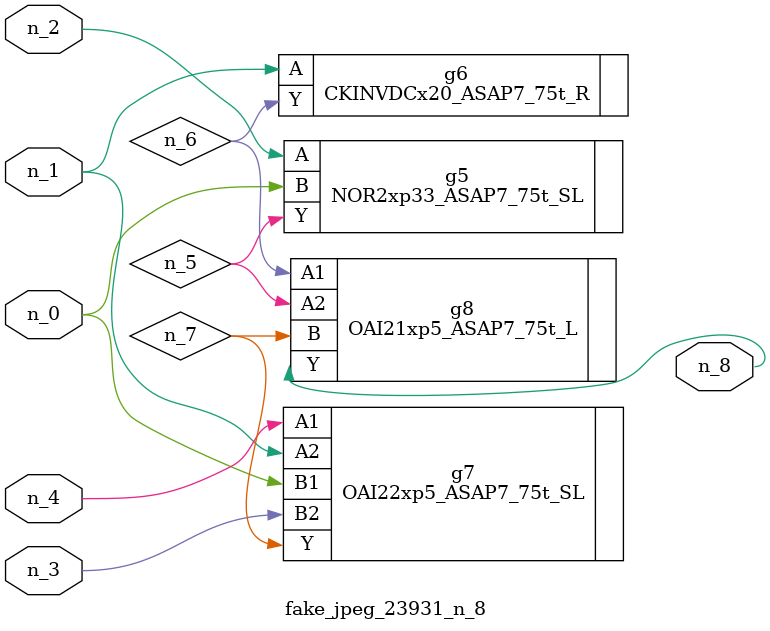
<source format=v>
module fake_jpeg_23931_n_8 (n_3, n_2, n_1, n_0, n_4, n_8);

input n_3;
input n_2;
input n_1;
input n_0;
input n_4;

output n_8;

wire n_6;
wire n_5;
wire n_7;

NOR2xp33_ASAP7_75t_SL g5 ( 
.A(n_2),
.B(n_0),
.Y(n_5)
);

CKINVDCx20_ASAP7_75t_R g6 ( 
.A(n_1),
.Y(n_6)
);

OAI22xp5_ASAP7_75t_SL g7 ( 
.A1(n_4),
.A2(n_1),
.B1(n_0),
.B2(n_3),
.Y(n_7)
);

OAI21xp5_ASAP7_75t_L g8 ( 
.A1(n_6),
.A2(n_5),
.B(n_7),
.Y(n_8)
);


endmodule
</source>
